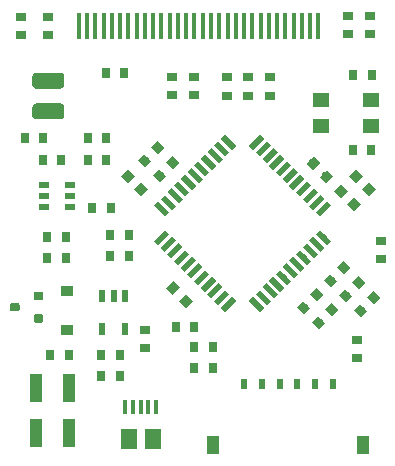
<source format=gtp>
G04 #@! TF.GenerationSoftware,KiCad,Pcbnew,5.0.2+dfsg1-1*
G04 #@! TF.CreationDate,2019-09-05T11:37:23+02:00*
G04 #@! TF.ProjectId,xling,786c696e-672e-46b6-9963-61645f706362,0.3*
G04 #@! TF.SameCoordinates,Original*
G04 #@! TF.FileFunction,Paste,Top*
G04 #@! TF.FilePolarity,Positive*
%FSLAX46Y46*%
G04 Gerber Fmt 4.6, Leading zero omitted, Abs format (unit mm)*
G04 Created by KiCad (PCBNEW 5.0.2+dfsg1-1) date Thu 05 Sep 2019 11:37:23 CEST*
%MOMM*%
%LPD*%
G01*
G04 APERTURE LIST*
%ADD10R,0.315000X2.250000*%
%ADD11C,0.100000*%
%ADD12C,1.350000*%
%ADD13R,1.440000X1.260000*%
%ADD14R,1.125000X2.385000*%
%ADD15R,1.080000X0.810000*%
%ADD16C,0.787500*%
%ADD17R,0.855000X0.787500*%
%ADD18R,0.787500X0.855000*%
%ADD19C,0.495000*%
%ADD20R,1.125000X1.620000*%
%ADD21R,0.540000X0.900000*%
%ADD22R,1.350000X1.710000*%
%ADD23R,0.360000X1.215000*%
%ADD24C,0.720000*%
%ADD25R,0.540000X0.990000*%
%ADD26R,0.900000X0.630000*%
G04 APERTURE END LIST*
D10*
G04 #@! TO.C,U1*
X79132000Y-49310000D03*
X79832000Y-49310000D03*
X72832000Y-49310000D03*
X77732000Y-49310000D03*
X78432000Y-49310000D03*
X77032000Y-49310000D03*
X76332000Y-49310000D03*
X75632000Y-49310000D03*
X74932000Y-49310000D03*
X74232000Y-49310000D03*
X73532000Y-49310000D03*
X72132000Y-49310000D03*
X71432000Y-49310000D03*
X70732000Y-49310000D03*
X70032000Y-49310000D03*
X69332000Y-49310000D03*
X67932000Y-49310000D03*
X68632000Y-49310000D03*
X67232000Y-49310000D03*
X66532000Y-49310000D03*
X65832000Y-49310000D03*
X65132000Y-49310000D03*
X64432000Y-49310000D03*
X63732000Y-49310000D03*
X63032000Y-49310000D03*
X62332000Y-49310000D03*
X61632000Y-49310000D03*
X60932000Y-49310000D03*
X60232000Y-49310000D03*
X59532000Y-49310000D03*
G04 #@! TD*
D11*
G04 #@! TO.C,J3*
G36*
X58005081Y-53305125D02*
X58037843Y-53309985D01*
X58069971Y-53318033D01*
X58101156Y-53329191D01*
X58131096Y-53343352D01*
X58159505Y-53360379D01*
X58186108Y-53380109D01*
X58210649Y-53402351D01*
X58232891Y-53426892D01*
X58252621Y-53453495D01*
X58269648Y-53481904D01*
X58283809Y-53511844D01*
X58294967Y-53543029D01*
X58303015Y-53575157D01*
X58307875Y-53607919D01*
X58309500Y-53641000D01*
X58309500Y-54316000D01*
X58307875Y-54349081D01*
X58303015Y-54381843D01*
X58294967Y-54413971D01*
X58283809Y-54445156D01*
X58269648Y-54475096D01*
X58252621Y-54503505D01*
X58232891Y-54530108D01*
X58210649Y-54554649D01*
X58186108Y-54576891D01*
X58159505Y-54596621D01*
X58131096Y-54613648D01*
X58101156Y-54627809D01*
X58069971Y-54638967D01*
X58037843Y-54647015D01*
X58005081Y-54651875D01*
X57972000Y-54653500D01*
X55947000Y-54653500D01*
X55913919Y-54651875D01*
X55881157Y-54647015D01*
X55849029Y-54638967D01*
X55817844Y-54627809D01*
X55787904Y-54613648D01*
X55759495Y-54596621D01*
X55732892Y-54576891D01*
X55708351Y-54554649D01*
X55686109Y-54530108D01*
X55666379Y-54503505D01*
X55649352Y-54475096D01*
X55635191Y-54445156D01*
X55624033Y-54413971D01*
X55615985Y-54381843D01*
X55611125Y-54349081D01*
X55609500Y-54316000D01*
X55609500Y-53641000D01*
X55611125Y-53607919D01*
X55615985Y-53575157D01*
X55624033Y-53543029D01*
X55635191Y-53511844D01*
X55649352Y-53481904D01*
X55666379Y-53453495D01*
X55686109Y-53426892D01*
X55708351Y-53402351D01*
X55732892Y-53380109D01*
X55759495Y-53360379D01*
X55787904Y-53343352D01*
X55817844Y-53329191D01*
X55849029Y-53318033D01*
X55881157Y-53309985D01*
X55913919Y-53305125D01*
X55947000Y-53303500D01*
X57972000Y-53303500D01*
X58005081Y-53305125D01*
X58005081Y-53305125D01*
G37*
D12*
X56959500Y-53978500D03*
D11*
G36*
X58005081Y-55905125D02*
X58037843Y-55909985D01*
X58069971Y-55918033D01*
X58101156Y-55929191D01*
X58131096Y-55943352D01*
X58159505Y-55960379D01*
X58186108Y-55980109D01*
X58210649Y-56002351D01*
X58232891Y-56026892D01*
X58252621Y-56053495D01*
X58269648Y-56081904D01*
X58283809Y-56111844D01*
X58294967Y-56143029D01*
X58303015Y-56175157D01*
X58307875Y-56207919D01*
X58309500Y-56241000D01*
X58309500Y-56916000D01*
X58307875Y-56949081D01*
X58303015Y-56981843D01*
X58294967Y-57013971D01*
X58283809Y-57045156D01*
X58269648Y-57075096D01*
X58252621Y-57103505D01*
X58232891Y-57130108D01*
X58210649Y-57154649D01*
X58186108Y-57176891D01*
X58159505Y-57196621D01*
X58131096Y-57213648D01*
X58101156Y-57227809D01*
X58069971Y-57238967D01*
X58037843Y-57247015D01*
X58005081Y-57251875D01*
X57972000Y-57253500D01*
X55947000Y-57253500D01*
X55913919Y-57251875D01*
X55881157Y-57247015D01*
X55849029Y-57238967D01*
X55817844Y-57227809D01*
X55787904Y-57213648D01*
X55759495Y-57196621D01*
X55732892Y-57176891D01*
X55708351Y-57154649D01*
X55686109Y-57130108D01*
X55666379Y-57103505D01*
X55649352Y-57075096D01*
X55635191Y-57045156D01*
X55624033Y-57013971D01*
X55615985Y-56981843D01*
X55611125Y-56949081D01*
X55609500Y-56916000D01*
X55609500Y-56241000D01*
X55611125Y-56207919D01*
X55615985Y-56175157D01*
X55624033Y-56143029D01*
X55635191Y-56111844D01*
X55649352Y-56081904D01*
X55666379Y-56053495D01*
X55686109Y-56026892D01*
X55708351Y-56002351D01*
X55732892Y-55980109D01*
X55759495Y-55960379D01*
X55787904Y-55943352D01*
X55817844Y-55929191D01*
X55849029Y-55918033D01*
X55881157Y-55909985D01*
X55913919Y-55905125D01*
X55947000Y-55903500D01*
X57972000Y-55903500D01*
X58005081Y-55905125D01*
X58005081Y-55905125D01*
G37*
D12*
X56959500Y-56578500D03*
G04 #@! TD*
D13*
G04 #@! TO.C,Y1*
X84242000Y-55642000D03*
X80042000Y-55642000D03*
X80042000Y-57842000D03*
X84242000Y-57842000D03*
G04 #@! TD*
D14*
G04 #@! TO.C,L1*
X55877000Y-80010000D03*
X58677000Y-80010000D03*
G04 #@! TD*
G04 #@! TO.C,L2*
X58677000Y-83820000D03*
X55877000Y-83820000D03*
G04 #@! TD*
D15*
G04 #@! TO.C,D1*
X58547000Y-75056000D03*
X58547000Y-71756000D03*
G04 #@! TD*
D16*
G04 #@! TO.C,C1*
X65102153Y-60754847D03*
D11*
G36*
X65078288Y-60174136D02*
X65682864Y-60778712D01*
X65126018Y-61335558D01*
X64521442Y-60730982D01*
X65078288Y-60174136D01*
X65078288Y-60174136D01*
G37*
D16*
X66215847Y-59641153D03*
D11*
G36*
X66191982Y-59060442D02*
X66796558Y-59665018D01*
X66239712Y-60221864D01*
X65635136Y-59617288D01*
X66191982Y-59060442D01*
X66191982Y-59060442D01*
G37*
G04 #@! TD*
D17*
G04 #@! TO.C,C2*
X82296000Y-50063500D03*
X82296000Y-48488500D03*
G04 #@! TD*
D16*
G04 #@! TO.C,C3*
X68628847Y-72629347D03*
D11*
G36*
X68048136Y-72653212D02*
X68652712Y-72048636D01*
X69209558Y-72605482D01*
X68604982Y-73210058D01*
X68048136Y-72653212D01*
X68048136Y-72653212D01*
G37*
D16*
X67515153Y-71515653D03*
D11*
G36*
X66934442Y-71539518D02*
X67539018Y-70934942D01*
X68095864Y-71491788D01*
X67491288Y-72096364D01*
X66934442Y-71539518D01*
X66934442Y-71539518D01*
G37*
G04 #@! TD*
D18*
G04 #@! TO.C,C5*
X82715000Y-59817000D03*
X84290000Y-59817000D03*
G04 #@! TD*
G04 #@! TO.C,C6*
X84353500Y-53467000D03*
X82778500Y-53467000D03*
G04 #@! TD*
D16*
G04 #@! TO.C,C7*
X66372153Y-62024847D03*
D11*
G36*
X66348288Y-61444136D02*
X66952864Y-62048712D01*
X66396018Y-62605558D01*
X65791442Y-62000982D01*
X66348288Y-61444136D01*
X66348288Y-61444136D01*
G37*
D16*
X67485847Y-60911153D03*
D11*
G36*
X67461982Y-60330442D02*
X68066558Y-60935018D01*
X67509712Y-61491864D01*
X66905136Y-60887288D01*
X67461982Y-60330442D01*
X67461982Y-60330442D01*
G37*
G04 #@! TD*
D17*
G04 #@! TO.C,C8*
X56959500Y-48552000D03*
X56959500Y-50127000D03*
G04 #@! TD*
G04 #@! TO.C,C9*
X54610000Y-48552000D03*
X54610000Y-50127000D03*
G04 #@! TD*
D16*
G04 #@! TO.C,C10*
X80503347Y-62088347D03*
D11*
G36*
X79922636Y-62112212D02*
X80527212Y-61507636D01*
X81084058Y-62064482D01*
X80479482Y-62669058D01*
X79922636Y-62112212D01*
X79922636Y-62112212D01*
G37*
D16*
X79389653Y-60974653D03*
D11*
G36*
X78808942Y-60998518D02*
X79413518Y-60393942D01*
X79970364Y-60950788D01*
X79365788Y-61555364D01*
X78808942Y-60998518D01*
X78808942Y-60998518D01*
G37*
G04 #@! TD*
D17*
G04 #@! TO.C,C11*
X84201000Y-50063500D03*
X84201000Y-48488500D03*
G04 #@! TD*
G04 #@! TO.C,C12*
X83058000Y-75920500D03*
X83058000Y-77495500D03*
G04 #@! TD*
D16*
G04 #@! TO.C,C13*
X82852847Y-64437847D03*
D11*
G36*
X82272136Y-64461712D02*
X82876712Y-63857136D01*
X83433558Y-64413982D01*
X82828982Y-65018558D01*
X82272136Y-64461712D01*
X82272136Y-64461712D01*
G37*
D16*
X81739153Y-63324153D03*
D11*
G36*
X81158442Y-63348018D02*
X81763018Y-62743442D01*
X82319864Y-63300288D01*
X81715288Y-63904864D01*
X81158442Y-63348018D01*
X81158442Y-63348018D01*
G37*
G04 #@! TD*
D17*
G04 #@! TO.C,C14*
X85090000Y-67538500D03*
X85090000Y-69113500D03*
G04 #@! TD*
D18*
G04 #@! TO.C,C15*
X69316500Y-78333600D03*
X70891500Y-78333600D03*
G04 #@! TD*
G04 #@! TO.C,C16*
X60299500Y-60706000D03*
X61874500Y-60706000D03*
G04 #@! TD*
G04 #@! TO.C,C17*
X56540500Y-58864500D03*
X54965500Y-58864500D03*
G04 #@! TD*
G04 #@! TO.C,C18*
X57124500Y-77216000D03*
X58699500Y-77216000D03*
G04 #@! TD*
G04 #@! TO.C,C19*
X56870500Y-68961000D03*
X58445500Y-68961000D03*
G04 #@! TD*
G04 #@! TO.C,C20*
X61442500Y-78994000D03*
X63017500Y-78994000D03*
G04 #@! TD*
D16*
G04 #@! TO.C,C22*
X64818847Y-63167847D03*
D11*
G36*
X64238136Y-63191712D02*
X64842712Y-62587136D01*
X65399558Y-63143982D01*
X64794982Y-63748558D01*
X64238136Y-63191712D01*
X64238136Y-63191712D01*
G37*
D16*
X63705153Y-62054153D03*
D11*
G36*
X63124442Y-62078018D02*
X63729018Y-61473442D01*
X64285864Y-62030288D01*
X63681288Y-62634864D01*
X63124442Y-62078018D01*
X63124442Y-62078018D01*
G37*
G04 #@! TD*
D17*
G04 #@! TO.C,R1*
X69278500Y-55207000D03*
X69278500Y-53632000D03*
G04 #@! TD*
G04 #@! TO.C,R2*
X67437000Y-55207000D03*
X67437000Y-53632000D03*
G04 #@! TD*
D16*
G04 #@! TO.C,R3*
X78564153Y-73200847D03*
D11*
G36*
X78540288Y-72620136D02*
X79144864Y-73224712D01*
X78588018Y-73781558D01*
X77983442Y-73176982D01*
X78540288Y-72620136D01*
X78540288Y-72620136D01*
G37*
D16*
X79677847Y-72087153D03*
D11*
G36*
X79653982Y-71506442D02*
X80258558Y-72111018D01*
X79701712Y-72667864D01*
X79097136Y-72063288D01*
X79653982Y-71506442D01*
X79653982Y-71506442D01*
G37*
G04 #@! TD*
D17*
G04 #@! TO.C,R4*
X75692000Y-53695500D03*
X75692000Y-55270500D03*
G04 #@! TD*
D16*
G04 #@! TO.C,R5*
X82120153Y-72184847D03*
D11*
G36*
X82096288Y-71604136D02*
X82700864Y-72208712D01*
X82144018Y-72765558D01*
X81539442Y-72160982D01*
X82096288Y-71604136D01*
X82096288Y-71604136D01*
G37*
D16*
X83233847Y-71071153D03*
D11*
G36*
X83209982Y-70490442D02*
X83814558Y-71095018D01*
X83257712Y-71651864D01*
X82653136Y-71047288D01*
X83209982Y-70490442D01*
X83209982Y-70490442D01*
G37*
G04 #@! TD*
D16*
G04 #@! TO.C,R6*
X79834153Y-74470847D03*
D11*
G36*
X79810288Y-73890136D02*
X80414864Y-74494712D01*
X79858018Y-75051558D01*
X79253442Y-74446982D01*
X79810288Y-73890136D01*
X79810288Y-73890136D01*
G37*
D16*
X80947847Y-73357153D03*
D11*
G36*
X80923982Y-72776442D02*
X81528558Y-73381018D01*
X80971712Y-73937864D01*
X80367136Y-73333288D01*
X80923982Y-72776442D01*
X80923982Y-72776442D01*
G37*
G04 #@! TD*
D18*
G04 #@! TO.C,R7*
X67741700Y-74828400D03*
X69316700Y-74828400D03*
G04 #@! TD*
D16*
G04 #@! TO.C,R8*
X84122847Y-63167847D03*
D11*
G36*
X83542136Y-63191712D02*
X84146712Y-62587136D01*
X84703558Y-63143982D01*
X84098982Y-63748558D01*
X83542136Y-63191712D01*
X83542136Y-63191712D01*
G37*
D16*
X83009153Y-62054153D03*
D11*
G36*
X82428442Y-62078018D02*
X83033018Y-61473442D01*
X83589864Y-62030288D01*
X82985288Y-62634864D01*
X82428442Y-62078018D01*
X82428442Y-62078018D01*
G37*
G04 #@! TD*
D16*
G04 #@! TO.C,R9*
X83390153Y-73454847D03*
D11*
G36*
X83366288Y-72874136D02*
X83970864Y-73478712D01*
X83414018Y-74035558D01*
X82809442Y-73430982D01*
X83366288Y-72874136D01*
X83366288Y-72874136D01*
G37*
D16*
X84503847Y-72341153D03*
D11*
G36*
X84479982Y-71760442D02*
X85084558Y-72365018D01*
X84527712Y-72921864D01*
X83923136Y-72317288D01*
X84479982Y-71760442D01*
X84479982Y-71760442D01*
G37*
G04 #@! TD*
D18*
G04 #@! TO.C,R10*
X69316500Y-76555600D03*
X70891500Y-76555600D03*
G04 #@! TD*
G04 #@! TO.C,R11*
X58445500Y-67183000D03*
X56870500Y-67183000D03*
G04 #@! TD*
G04 #@! TO.C,R12*
X61874500Y-58801000D03*
X60299500Y-58801000D03*
G04 #@! TD*
G04 #@! TO.C,R13*
X60680500Y-64770000D03*
X62255500Y-64770000D03*
G04 #@! TD*
G04 #@! TO.C,R14*
X62204500Y-68834000D03*
X63779500Y-68834000D03*
G04 #@! TD*
G04 #@! TO.C,R15*
X63017500Y-77216000D03*
X61442500Y-77216000D03*
G04 #@! TD*
D17*
G04 #@! TO.C,R16*
X65125600Y-76631900D03*
X65125600Y-75056900D03*
G04 #@! TD*
D18*
G04 #@! TO.C,R17*
X62204500Y-67056000D03*
X63779500Y-67056000D03*
G04 #@! TD*
G04 #@! TO.C,R18*
X58064500Y-60706000D03*
X56489500Y-60706000D03*
G04 #@! TD*
D17*
G04 #@! TO.C,R19*
X72117048Y-53673611D03*
X72117048Y-55248611D03*
G04 #@! TD*
G04 #@! TO.C,R20*
X73895048Y-53673611D03*
X73895048Y-55248611D03*
G04 #@! TD*
D19*
G04 #@! TO.C,U2*
X72203918Y-72898936D03*
D11*
G36*
X72506206Y-72246630D02*
X72856224Y-72596648D01*
X71901630Y-73551242D01*
X71551612Y-73201224D01*
X72506206Y-72246630D01*
X72506206Y-72246630D01*
G37*
D19*
X71638233Y-72333250D03*
D11*
G36*
X71940521Y-71680944D02*
X72290539Y-72030962D01*
X71335945Y-72985556D01*
X70985927Y-72635538D01*
X71940521Y-71680944D01*
X71940521Y-71680944D01*
G37*
D19*
X71072548Y-71767565D03*
D11*
G36*
X71374836Y-71115259D02*
X71724854Y-71465277D01*
X70770260Y-72419871D01*
X70420242Y-72069853D01*
X71374836Y-71115259D01*
X71374836Y-71115259D01*
G37*
D19*
X70506862Y-71201880D03*
D11*
G36*
X70809150Y-70549574D02*
X71159168Y-70899592D01*
X70204574Y-71854186D01*
X69854556Y-71504168D01*
X70809150Y-70549574D01*
X70809150Y-70549574D01*
G37*
D19*
X69941177Y-70636194D03*
D11*
G36*
X70243465Y-69983888D02*
X70593483Y-70333906D01*
X69638889Y-71288500D01*
X69288871Y-70938482D01*
X70243465Y-69983888D01*
X70243465Y-69983888D01*
G37*
D19*
X69375491Y-70070509D03*
D11*
G36*
X69677779Y-69418203D02*
X70027797Y-69768221D01*
X69073203Y-70722815D01*
X68723185Y-70372797D01*
X69677779Y-69418203D01*
X69677779Y-69418203D01*
G37*
D19*
X68809806Y-69504823D03*
D11*
G36*
X69112094Y-68852517D02*
X69462112Y-69202535D01*
X68507518Y-70157129D01*
X68157500Y-69807111D01*
X69112094Y-68852517D01*
X69112094Y-68852517D01*
G37*
D19*
X68244120Y-68939138D03*
D11*
G36*
X68546408Y-68286832D02*
X68896426Y-68636850D01*
X67941832Y-69591444D01*
X67591814Y-69241426D01*
X68546408Y-68286832D01*
X68546408Y-68286832D01*
G37*
D19*
X67678435Y-68373452D03*
D11*
G36*
X67980723Y-67721146D02*
X68330741Y-68071164D01*
X67376147Y-69025758D01*
X67026129Y-68675740D01*
X67980723Y-67721146D01*
X67980723Y-67721146D01*
G37*
D19*
X67112750Y-67807767D03*
D11*
G36*
X67415038Y-67155461D02*
X67765056Y-67505479D01*
X66810462Y-68460073D01*
X66460444Y-68110055D01*
X67415038Y-67155461D01*
X67415038Y-67155461D01*
G37*
D19*
X66547064Y-67242082D03*
D11*
G36*
X66849352Y-66589776D02*
X67199370Y-66939794D01*
X66244776Y-67894388D01*
X65894758Y-67544370D01*
X66849352Y-66589776D01*
X66849352Y-66589776D01*
G37*
D19*
X66547064Y-64837918D03*
D11*
G36*
X67199370Y-65140206D02*
X66849352Y-65490224D01*
X65894758Y-64535630D01*
X66244776Y-64185612D01*
X67199370Y-65140206D01*
X67199370Y-65140206D01*
G37*
D19*
X67112750Y-64272233D03*
D11*
G36*
X67765056Y-64574521D02*
X67415038Y-64924539D01*
X66460444Y-63969945D01*
X66810462Y-63619927D01*
X67765056Y-64574521D01*
X67765056Y-64574521D01*
G37*
D19*
X67678435Y-63706548D03*
D11*
G36*
X68330741Y-64008836D02*
X67980723Y-64358854D01*
X67026129Y-63404260D01*
X67376147Y-63054242D01*
X68330741Y-64008836D01*
X68330741Y-64008836D01*
G37*
D19*
X68244120Y-63140862D03*
D11*
G36*
X68896426Y-63443150D02*
X68546408Y-63793168D01*
X67591814Y-62838574D01*
X67941832Y-62488556D01*
X68896426Y-63443150D01*
X68896426Y-63443150D01*
G37*
D19*
X68809806Y-62575177D03*
D11*
G36*
X69462112Y-62877465D02*
X69112094Y-63227483D01*
X68157500Y-62272889D01*
X68507518Y-61922871D01*
X69462112Y-62877465D01*
X69462112Y-62877465D01*
G37*
D19*
X69375491Y-62009491D03*
D11*
G36*
X70027797Y-62311779D02*
X69677779Y-62661797D01*
X68723185Y-61707203D01*
X69073203Y-61357185D01*
X70027797Y-62311779D01*
X70027797Y-62311779D01*
G37*
D19*
X69941177Y-61443806D03*
D11*
G36*
X70593483Y-61746094D02*
X70243465Y-62096112D01*
X69288871Y-61141518D01*
X69638889Y-60791500D01*
X70593483Y-61746094D01*
X70593483Y-61746094D01*
G37*
D19*
X70506862Y-60878120D03*
D11*
G36*
X71159168Y-61180408D02*
X70809150Y-61530426D01*
X69854556Y-60575832D01*
X70204574Y-60225814D01*
X71159168Y-61180408D01*
X71159168Y-61180408D01*
G37*
D19*
X71072548Y-60312435D03*
D11*
G36*
X71724854Y-60614723D02*
X71374836Y-60964741D01*
X70420242Y-60010147D01*
X70770260Y-59660129D01*
X71724854Y-60614723D01*
X71724854Y-60614723D01*
G37*
D19*
X71638233Y-59746750D03*
D11*
G36*
X72290539Y-60049038D02*
X71940521Y-60399056D01*
X70985927Y-59444462D01*
X71335945Y-59094444D01*
X72290539Y-60049038D01*
X72290539Y-60049038D01*
G37*
D19*
X72203918Y-59181064D03*
D11*
G36*
X72856224Y-59483352D02*
X72506206Y-59833370D01*
X71551612Y-58878776D01*
X71901630Y-58528758D01*
X72856224Y-59483352D01*
X72856224Y-59483352D01*
G37*
D19*
X74608082Y-59181064D03*
D11*
G36*
X74910370Y-58528758D02*
X75260388Y-58878776D01*
X74305794Y-59833370D01*
X73955776Y-59483352D01*
X74910370Y-58528758D01*
X74910370Y-58528758D01*
G37*
D19*
X75173767Y-59746750D03*
D11*
G36*
X75476055Y-59094444D02*
X75826073Y-59444462D01*
X74871479Y-60399056D01*
X74521461Y-60049038D01*
X75476055Y-59094444D01*
X75476055Y-59094444D01*
G37*
D19*
X75739452Y-60312435D03*
D11*
G36*
X76041740Y-59660129D02*
X76391758Y-60010147D01*
X75437164Y-60964741D01*
X75087146Y-60614723D01*
X76041740Y-59660129D01*
X76041740Y-59660129D01*
G37*
D19*
X76305138Y-60878120D03*
D11*
G36*
X76607426Y-60225814D02*
X76957444Y-60575832D01*
X76002850Y-61530426D01*
X75652832Y-61180408D01*
X76607426Y-60225814D01*
X76607426Y-60225814D01*
G37*
D19*
X76870823Y-61443806D03*
D11*
G36*
X77173111Y-60791500D02*
X77523129Y-61141518D01*
X76568535Y-62096112D01*
X76218517Y-61746094D01*
X77173111Y-60791500D01*
X77173111Y-60791500D01*
G37*
D19*
X77436509Y-62009491D03*
D11*
G36*
X77738797Y-61357185D02*
X78088815Y-61707203D01*
X77134221Y-62661797D01*
X76784203Y-62311779D01*
X77738797Y-61357185D01*
X77738797Y-61357185D01*
G37*
D19*
X78002194Y-62575177D03*
D11*
G36*
X78304482Y-61922871D02*
X78654500Y-62272889D01*
X77699906Y-63227483D01*
X77349888Y-62877465D01*
X78304482Y-61922871D01*
X78304482Y-61922871D01*
G37*
D19*
X78567880Y-63140862D03*
D11*
G36*
X78870168Y-62488556D02*
X79220186Y-62838574D01*
X78265592Y-63793168D01*
X77915574Y-63443150D01*
X78870168Y-62488556D01*
X78870168Y-62488556D01*
G37*
D19*
X79133565Y-63706548D03*
D11*
G36*
X79435853Y-63054242D02*
X79785871Y-63404260D01*
X78831277Y-64358854D01*
X78481259Y-64008836D01*
X79435853Y-63054242D01*
X79435853Y-63054242D01*
G37*
D19*
X79699250Y-64272233D03*
D11*
G36*
X80001538Y-63619927D02*
X80351556Y-63969945D01*
X79396962Y-64924539D01*
X79046944Y-64574521D01*
X80001538Y-63619927D01*
X80001538Y-63619927D01*
G37*
D19*
X80264936Y-64837918D03*
D11*
G36*
X80567224Y-64185612D02*
X80917242Y-64535630D01*
X79962648Y-65490224D01*
X79612630Y-65140206D01*
X80567224Y-64185612D01*
X80567224Y-64185612D01*
G37*
D19*
X80264936Y-67242082D03*
D11*
G36*
X80917242Y-67544370D02*
X80567224Y-67894388D01*
X79612630Y-66939794D01*
X79962648Y-66589776D01*
X80917242Y-67544370D01*
X80917242Y-67544370D01*
G37*
D19*
X79699250Y-67807767D03*
D11*
G36*
X80351556Y-68110055D02*
X80001538Y-68460073D01*
X79046944Y-67505479D01*
X79396962Y-67155461D01*
X80351556Y-68110055D01*
X80351556Y-68110055D01*
G37*
D19*
X79133565Y-68373452D03*
D11*
G36*
X79785871Y-68675740D02*
X79435853Y-69025758D01*
X78481259Y-68071164D01*
X78831277Y-67721146D01*
X79785871Y-68675740D01*
X79785871Y-68675740D01*
G37*
D19*
X78567880Y-68939138D03*
D11*
G36*
X79220186Y-69241426D02*
X78870168Y-69591444D01*
X77915574Y-68636850D01*
X78265592Y-68286832D01*
X79220186Y-69241426D01*
X79220186Y-69241426D01*
G37*
D19*
X78002194Y-69504823D03*
D11*
G36*
X78654500Y-69807111D02*
X78304482Y-70157129D01*
X77349888Y-69202535D01*
X77699906Y-68852517D01*
X78654500Y-69807111D01*
X78654500Y-69807111D01*
G37*
D19*
X77436509Y-70070509D03*
D11*
G36*
X78088815Y-70372797D02*
X77738797Y-70722815D01*
X76784203Y-69768221D01*
X77134221Y-69418203D01*
X78088815Y-70372797D01*
X78088815Y-70372797D01*
G37*
D19*
X76870823Y-70636194D03*
D11*
G36*
X77523129Y-70938482D02*
X77173111Y-71288500D01*
X76218517Y-70333906D01*
X76568535Y-69983888D01*
X77523129Y-70938482D01*
X77523129Y-70938482D01*
G37*
D19*
X76305138Y-71201880D03*
D11*
G36*
X76957444Y-71504168D02*
X76607426Y-71854186D01*
X75652832Y-70899592D01*
X76002850Y-70549574D01*
X76957444Y-71504168D01*
X76957444Y-71504168D01*
G37*
D19*
X75739452Y-71767565D03*
D11*
G36*
X76391758Y-72069853D02*
X76041740Y-72419871D01*
X75087146Y-71465277D01*
X75437164Y-71115259D01*
X76391758Y-72069853D01*
X76391758Y-72069853D01*
G37*
D19*
X75173767Y-72333250D03*
D11*
G36*
X75826073Y-72635538D02*
X75476055Y-72985556D01*
X74521461Y-72030962D01*
X74871479Y-71680944D01*
X75826073Y-72635538D01*
X75826073Y-72635538D01*
G37*
D19*
X74608082Y-72898936D03*
D11*
G36*
X75260388Y-73201224D02*
X74910370Y-73551242D01*
X73955776Y-72596648D01*
X74305794Y-72246630D01*
X75260388Y-73201224D01*
X75260388Y-73201224D01*
G37*
G04 #@! TD*
D20*
G04 #@! TO.C,J1*
X70927000Y-84855000D03*
X83637000Y-84855000D03*
D21*
X73532000Y-79665000D03*
X75032000Y-79665000D03*
X76532000Y-79665000D03*
X78032000Y-79665000D03*
X79532000Y-79665000D03*
X81032000Y-79665000D03*
G04 #@! TD*
D22*
G04 #@! TO.C,J2*
X63782000Y-84347500D03*
D23*
X64782000Y-81647500D03*
X65432000Y-81647500D03*
X66082000Y-81647500D03*
X63482000Y-81647500D03*
X64132000Y-81647500D03*
D22*
X65782000Y-84347500D03*
G04 #@! TD*
D11*
G04 #@! TO.C,Q1*
G36*
X54360643Y-72792867D02*
X54378116Y-72795459D01*
X54395251Y-72799751D01*
X54411883Y-72805702D01*
X54427851Y-72813254D01*
X54443003Y-72822335D01*
X54457191Y-72832858D01*
X54470279Y-72844721D01*
X54482142Y-72857809D01*
X54492665Y-72871997D01*
X54501746Y-72887149D01*
X54509298Y-72903117D01*
X54515249Y-72919749D01*
X54519541Y-72936884D01*
X54522133Y-72954357D01*
X54523000Y-72972000D01*
X54523000Y-73332000D01*
X54522133Y-73349643D01*
X54519541Y-73367116D01*
X54515249Y-73384251D01*
X54509298Y-73400883D01*
X54501746Y-73416851D01*
X54492665Y-73432003D01*
X54482142Y-73446191D01*
X54470279Y-73459279D01*
X54457191Y-73471142D01*
X54443003Y-73481665D01*
X54427851Y-73490746D01*
X54411883Y-73498298D01*
X54395251Y-73504249D01*
X54378116Y-73508541D01*
X54360643Y-73511133D01*
X54343000Y-73512000D01*
X53893000Y-73512000D01*
X53875357Y-73511133D01*
X53857884Y-73508541D01*
X53840749Y-73504249D01*
X53824117Y-73498298D01*
X53808149Y-73490746D01*
X53792997Y-73481665D01*
X53778809Y-73471142D01*
X53765721Y-73459279D01*
X53753858Y-73446191D01*
X53743335Y-73432003D01*
X53734254Y-73416851D01*
X53726702Y-73400883D01*
X53720751Y-73384251D01*
X53716459Y-73367116D01*
X53713867Y-73349643D01*
X53713000Y-73332000D01*
X53713000Y-72972000D01*
X53713867Y-72954357D01*
X53716459Y-72936884D01*
X53720751Y-72919749D01*
X53726702Y-72903117D01*
X53734254Y-72887149D01*
X53743335Y-72871997D01*
X53753858Y-72857809D01*
X53765721Y-72844721D01*
X53778809Y-72832858D01*
X53792997Y-72822335D01*
X53808149Y-72813254D01*
X53824117Y-72805702D01*
X53840749Y-72799751D01*
X53857884Y-72795459D01*
X53875357Y-72792867D01*
X53893000Y-72792000D01*
X54343000Y-72792000D01*
X54360643Y-72792867D01*
X54360643Y-72792867D01*
G37*
D24*
X54118000Y-73152000D03*
D11*
G36*
X56360643Y-71842867D02*
X56378116Y-71845459D01*
X56395251Y-71849751D01*
X56411883Y-71855702D01*
X56427851Y-71863254D01*
X56443003Y-71872335D01*
X56457191Y-71882858D01*
X56470279Y-71894721D01*
X56482142Y-71907809D01*
X56492665Y-71921997D01*
X56501746Y-71937149D01*
X56509298Y-71953117D01*
X56515249Y-71969749D01*
X56519541Y-71986884D01*
X56522133Y-72004357D01*
X56523000Y-72022000D01*
X56523000Y-72382000D01*
X56522133Y-72399643D01*
X56519541Y-72417116D01*
X56515249Y-72434251D01*
X56509298Y-72450883D01*
X56501746Y-72466851D01*
X56492665Y-72482003D01*
X56482142Y-72496191D01*
X56470279Y-72509279D01*
X56457191Y-72521142D01*
X56443003Y-72531665D01*
X56427851Y-72540746D01*
X56411883Y-72548298D01*
X56395251Y-72554249D01*
X56378116Y-72558541D01*
X56360643Y-72561133D01*
X56343000Y-72562000D01*
X55893000Y-72562000D01*
X55875357Y-72561133D01*
X55857884Y-72558541D01*
X55840749Y-72554249D01*
X55824117Y-72548298D01*
X55808149Y-72540746D01*
X55792997Y-72531665D01*
X55778809Y-72521142D01*
X55765721Y-72509279D01*
X55753858Y-72496191D01*
X55743335Y-72482003D01*
X55734254Y-72466851D01*
X55726702Y-72450883D01*
X55720751Y-72434251D01*
X55716459Y-72417116D01*
X55713867Y-72399643D01*
X55713000Y-72382000D01*
X55713000Y-72022000D01*
X55713867Y-72004357D01*
X55716459Y-71986884D01*
X55720751Y-71969749D01*
X55726702Y-71953117D01*
X55734254Y-71937149D01*
X55743335Y-71921997D01*
X55753858Y-71907809D01*
X55765721Y-71894721D01*
X55778809Y-71882858D01*
X55792997Y-71872335D01*
X55808149Y-71863254D01*
X55824117Y-71855702D01*
X55840749Y-71849751D01*
X55857884Y-71845459D01*
X55875357Y-71842867D01*
X55893000Y-71842000D01*
X56343000Y-71842000D01*
X56360643Y-71842867D01*
X56360643Y-71842867D01*
G37*
D24*
X56118000Y-72202000D03*
D11*
G36*
X56360643Y-73742867D02*
X56378116Y-73745459D01*
X56395251Y-73749751D01*
X56411883Y-73755702D01*
X56427851Y-73763254D01*
X56443003Y-73772335D01*
X56457191Y-73782858D01*
X56470279Y-73794721D01*
X56482142Y-73807809D01*
X56492665Y-73821997D01*
X56501746Y-73837149D01*
X56509298Y-73853117D01*
X56515249Y-73869749D01*
X56519541Y-73886884D01*
X56522133Y-73904357D01*
X56523000Y-73922000D01*
X56523000Y-74282000D01*
X56522133Y-74299643D01*
X56519541Y-74317116D01*
X56515249Y-74334251D01*
X56509298Y-74350883D01*
X56501746Y-74366851D01*
X56492665Y-74382003D01*
X56482142Y-74396191D01*
X56470279Y-74409279D01*
X56457191Y-74421142D01*
X56443003Y-74431665D01*
X56427851Y-74440746D01*
X56411883Y-74448298D01*
X56395251Y-74454249D01*
X56378116Y-74458541D01*
X56360643Y-74461133D01*
X56343000Y-74462000D01*
X55893000Y-74462000D01*
X55875357Y-74461133D01*
X55857884Y-74458541D01*
X55840749Y-74454249D01*
X55824117Y-74448298D01*
X55808149Y-74440746D01*
X55792997Y-74431665D01*
X55778809Y-74421142D01*
X55765721Y-74409279D01*
X55753858Y-74396191D01*
X55743335Y-74382003D01*
X55734254Y-74366851D01*
X55726702Y-74350883D01*
X55720751Y-74334251D01*
X55716459Y-74317116D01*
X55713867Y-74299643D01*
X55713000Y-74282000D01*
X55713000Y-73922000D01*
X55713867Y-73904357D01*
X55716459Y-73886884D01*
X55720751Y-73869749D01*
X55726702Y-73853117D01*
X55734254Y-73837149D01*
X55743335Y-73821997D01*
X55753858Y-73807809D01*
X55765721Y-73794721D01*
X55778809Y-73782858D01*
X55792997Y-73772335D01*
X55808149Y-73763254D01*
X55824117Y-73755702D01*
X55840749Y-73749751D01*
X55857884Y-73745459D01*
X55875357Y-73742867D01*
X55893000Y-73742000D01*
X56343000Y-73742000D01*
X56360643Y-73742867D01*
X56360643Y-73742867D01*
G37*
D24*
X56118000Y-74102000D03*
G04 #@! TD*
D25*
G04 #@! TO.C,U3*
X61534000Y-75010000D03*
X61534000Y-72210000D03*
X62484000Y-72210000D03*
X63434000Y-72210000D03*
X63434000Y-75010000D03*
G04 #@! TD*
D26*
G04 #@! TO.C,U4*
X58757500Y-63754000D03*
X58757500Y-62804000D03*
X58757500Y-64704000D03*
X56558500Y-64704000D03*
X56558500Y-63754000D03*
X56558500Y-62804000D03*
G04 #@! TD*
D16*
G04 #@! TO.C,C4*
X80850153Y-70914847D03*
D11*
G36*
X80874018Y-71495558D02*
X80269442Y-70890982D01*
X80826288Y-70334136D01*
X81430864Y-70938712D01*
X80874018Y-71495558D01*
X80874018Y-71495558D01*
G37*
D16*
X81963847Y-69801153D03*
D11*
G36*
X81987712Y-70381864D02*
X81383136Y-69777288D01*
X81939982Y-69220442D01*
X82544558Y-69825018D01*
X81987712Y-70381864D01*
X81987712Y-70381864D01*
G37*
G04 #@! TD*
D18*
G04 #@! TO.C,C21*
X61823500Y-53340000D03*
X63398500Y-53340000D03*
G04 #@! TD*
M02*

</source>
